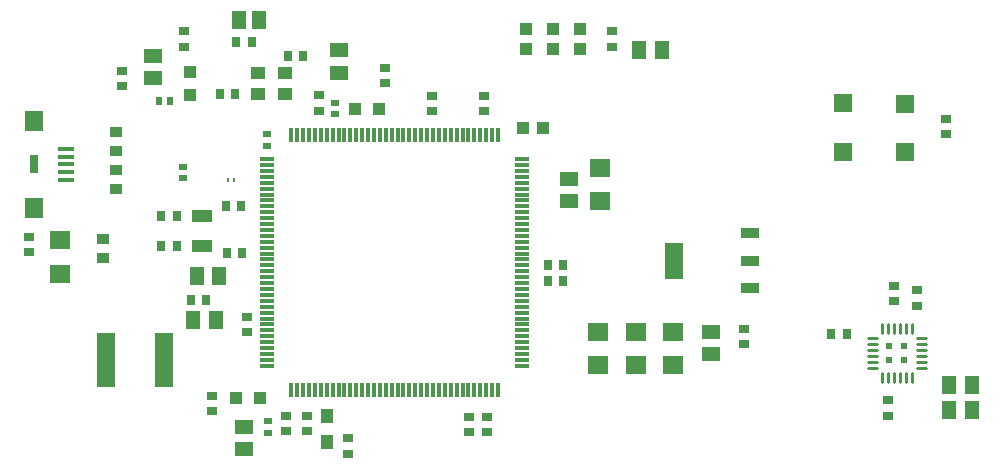
<source format=gbr>
G04 EAGLE Gerber RS-274X export*
G75*
%MOMM*%
%FSLAX34Y34*%
%LPD*%
%INSolderpaste Top*%
%IPPOS*%
%AMOC8*
5,1,8,0,0,1.08239X$1,22.5*%
G01*
%ADD10R,1.500000X1.300000*%
%ADD11R,0.900000X0.700000*%
%ADD12R,0.700000X0.900000*%
%ADD13R,0.250000X0.350000*%
%ADD14R,1.300000X1.500000*%
%ADD15R,1.800000X1.600000*%
%ADD16R,1.571800X1.511800*%
%ADD17R,1.500000X4.600000*%
%ADD18R,1.450000X0.400000*%
%ADD19R,1.500000X1.800000*%
%ADD20R,0.700000X1.500000*%
%ADD21R,1.000000X1.000000*%
%ADD22R,1.000000X1.200000*%
%ADD23R,0.700000X0.600000*%
%ADD24R,0.600000X0.700000*%
%ADD25R,1.100000X1.000000*%
%ADD26R,1.000000X1.100000*%
%ADD27R,1.000000X0.950000*%
%ADD28R,0.300000X1.200000*%
%ADD29R,1.200000X0.300000*%
%ADD30R,1.600200X0.838200*%
%ADD31R,1.600200X3.098800*%
%ADD32R,0.482600X0.482600*%
%ADD33C,0.254000*%
%ADD34R,1.800000X1.000000*%
%ADD35R,1.200000X1.100000*%
%ADD36R,1.803000X1.600000*%


D10*
X593090Y121768D03*
X593090Y102768D03*
X473202Y232054D03*
X473202Y251054D03*
D11*
X404114Y49680D03*
X404114Y36680D03*
X171196Y67206D03*
X171196Y54206D03*
D10*
X197866Y41250D03*
X197866Y22250D03*
D11*
X233680Y50696D03*
X233680Y37696D03*
D12*
X196492Y188722D03*
X183492Y188722D03*
D11*
X147574Y363070D03*
X147574Y376070D03*
D10*
X121412Y336448D03*
X121412Y355448D03*
D13*
X189698Y249936D03*
X184698Y249936D03*
D14*
X174092Y131572D03*
X155092Y131572D03*
D15*
X497840Y121442D03*
X497840Y93442D03*
D12*
X468526Y164592D03*
X455526Y164592D03*
D11*
X317246Y345336D03*
X317246Y332336D03*
X261874Y321714D03*
X261874Y308714D03*
D10*
X278892Y360020D03*
X278892Y341020D03*
D11*
X388620Y36680D03*
X388620Y49680D03*
D12*
X153012Y148844D03*
X166012Y148844D03*
X182984Y227838D03*
X195984Y227838D03*
D11*
X401574Y321460D03*
X401574Y308460D03*
D12*
X455526Y178562D03*
X468526Y178562D03*
D11*
X200660Y134008D03*
X200660Y121008D03*
D15*
X529590Y121442D03*
X529590Y93442D03*
D11*
X357632Y308460D03*
X357632Y321460D03*
D12*
X248054Y354838D03*
X235054Y354838D03*
X177396Y322834D03*
X190396Y322834D03*
X128120Y194310D03*
X141120Y194310D03*
X128120Y219456D03*
X141120Y219456D03*
D14*
X551790Y360172D03*
X532790Y360172D03*
D11*
X510032Y363070D03*
X510032Y376070D03*
X792226Y289156D03*
X792226Y302156D03*
X251206Y50696D03*
X251206Y37696D03*
X285750Y31392D03*
X285750Y18392D03*
D15*
X561340Y121442D03*
X561340Y93442D03*
D12*
X708302Y119634D03*
X695302Y119634D03*
D11*
X742950Y63650D03*
X742950Y50650D03*
X748030Y147424D03*
X748030Y160424D03*
X767588Y143614D03*
X767588Y156614D03*
D15*
X499872Y232126D03*
X499872Y260126D03*
D11*
X621030Y124102D03*
X621030Y111102D03*
X94488Y329542D03*
X94488Y342542D03*
D12*
X204620Y367284D03*
X191620Y367284D03*
D14*
X177140Y168656D03*
X158140Y168656D03*
D16*
X705104Y315140D03*
X705104Y274140D03*
D17*
X81164Y98044D03*
X130164Y98044D03*
D18*
X47265Y263398D03*
X47265Y269898D03*
X47265Y276398D03*
X47265Y256898D03*
X47265Y250398D03*
D19*
X20015Y300238D03*
D20*
X20015Y263398D03*
D19*
X20015Y226558D03*
D21*
X191422Y65786D03*
X211422Y65786D03*
X152654Y341724D03*
X152654Y321724D03*
D22*
X268224Y50624D03*
X268224Y28624D03*
D21*
X312514Y310134D03*
X292514Y310134D03*
D23*
X218440Y46148D03*
X218440Y36148D03*
D14*
X194192Y385318D03*
X211192Y385318D03*
X795172Y55728D03*
X814172Y55728D03*
X795172Y76708D03*
X814172Y76708D03*
D24*
X135810Y317246D03*
X125810Y317246D03*
D23*
X274828Y315642D03*
X274828Y305642D03*
D25*
X436880Y378324D03*
X436880Y361324D03*
X459740Y378324D03*
X459740Y361324D03*
X482600Y377816D03*
X482600Y360816D03*
D26*
X451222Y294386D03*
X434222Y294386D03*
D23*
X217678Y278718D03*
X217678Y288718D03*
X146050Y261540D03*
X146050Y251540D03*
D16*
X757428Y314886D03*
X757428Y273886D03*
D27*
X78740Y184024D03*
X78740Y200024D03*
X89408Y242444D03*
X89408Y258444D03*
X89408Y290702D03*
X89408Y274702D03*
D28*
X413128Y288340D03*
X408128Y288340D03*
X403128Y288340D03*
X398128Y288340D03*
X393128Y288340D03*
X388128Y288340D03*
X383128Y288340D03*
X378128Y288340D03*
X373128Y288340D03*
X368128Y288340D03*
X363128Y288340D03*
X358128Y288340D03*
X353128Y288340D03*
X348128Y288340D03*
X343128Y288340D03*
X338128Y288340D03*
X333128Y288340D03*
X328128Y288340D03*
X323128Y288340D03*
X318128Y288340D03*
X313128Y288340D03*
X308128Y288340D03*
X303128Y288340D03*
X298128Y288340D03*
X293128Y288340D03*
X288128Y288340D03*
X283128Y288340D03*
X278128Y288340D03*
X273128Y288340D03*
X268128Y288340D03*
X263128Y288340D03*
X258128Y288340D03*
X253128Y288340D03*
X248128Y288340D03*
X243128Y288340D03*
X238128Y288340D03*
D29*
X217628Y267840D03*
X217628Y262840D03*
X217628Y257840D03*
X217628Y252840D03*
X217628Y247840D03*
X217628Y242840D03*
X217628Y237840D03*
X217628Y232840D03*
X217628Y227840D03*
X217628Y222840D03*
X217628Y217840D03*
X217628Y212840D03*
X217628Y207840D03*
X217628Y202840D03*
X217628Y197840D03*
X217628Y192840D03*
X217628Y187840D03*
X217628Y182840D03*
X217628Y177840D03*
X217628Y172840D03*
X217628Y167840D03*
X217628Y162840D03*
X217628Y157840D03*
X217628Y152840D03*
X217628Y147840D03*
X217628Y142840D03*
X217628Y137840D03*
X217628Y132840D03*
X217628Y127840D03*
X217628Y122840D03*
X217628Y117840D03*
X217628Y112840D03*
X217628Y107840D03*
X217628Y102840D03*
X217628Y97840D03*
X217628Y92840D03*
D28*
X238128Y72340D03*
X243128Y72340D03*
X248128Y72340D03*
X253128Y72340D03*
X258128Y72340D03*
X263128Y72340D03*
X268128Y72340D03*
X273128Y72340D03*
X278128Y72340D03*
X283128Y72340D03*
X288128Y72340D03*
X293128Y72340D03*
X298128Y72340D03*
X303128Y72340D03*
X308128Y72340D03*
X313128Y72340D03*
X318128Y72340D03*
X323128Y72340D03*
X328128Y72340D03*
X333128Y72340D03*
X338128Y72340D03*
X343128Y72340D03*
X348128Y72340D03*
X353128Y72340D03*
X358128Y72340D03*
X363128Y72340D03*
X368128Y72340D03*
X373128Y72340D03*
X378128Y72340D03*
X383128Y72340D03*
X388128Y72340D03*
X393128Y72340D03*
X398128Y72340D03*
X403128Y72340D03*
X408128Y72340D03*
X413128Y72340D03*
D29*
X433628Y92840D03*
X433628Y97840D03*
X433628Y102840D03*
X433628Y107840D03*
X433628Y112840D03*
X433628Y117840D03*
X433628Y122840D03*
X433628Y127840D03*
X433628Y132840D03*
X433628Y137840D03*
X433628Y142840D03*
X433628Y147840D03*
X433628Y152840D03*
X433628Y157840D03*
X433628Y162840D03*
X433628Y167840D03*
X433628Y172840D03*
X433628Y177840D03*
X433628Y182840D03*
X433628Y187840D03*
X433628Y192840D03*
X433628Y197840D03*
X433628Y202840D03*
X433628Y207840D03*
X433628Y212840D03*
X433628Y217840D03*
X433628Y222840D03*
X433628Y227840D03*
X433628Y232840D03*
X433628Y237840D03*
X433628Y242840D03*
X433628Y247840D03*
X433628Y252840D03*
X433628Y257840D03*
X433628Y262840D03*
X433628Y267840D03*
D30*
X626364Y158750D03*
X626364Y181864D03*
X626364Y204978D03*
D31*
X562356Y181864D03*
D32*
X756793Y97663D03*
X744093Y97663D03*
X756666Y109728D03*
X744474Y109728D03*
D33*
X767676Y90811D02*
X775296Y90811D01*
X775296Y95882D02*
X767676Y95882D01*
X767676Y100903D02*
X775296Y100903D01*
X775296Y106253D02*
X767676Y106253D01*
X767676Y111299D02*
X775296Y111299D01*
X775296Y116345D02*
X767676Y116345D01*
X763491Y120784D02*
X763491Y128404D01*
X758445Y128404D02*
X758445Y120784D01*
X753399Y120784D02*
X753399Y128404D01*
X748049Y128404D02*
X748049Y120784D01*
X743028Y120784D02*
X743028Y128404D01*
X737957Y128404D02*
X737957Y120784D01*
X733772Y116345D02*
X726152Y116345D01*
X726152Y111299D02*
X733772Y111299D01*
X733772Y106253D02*
X726152Y106253D01*
X726152Y100903D02*
X733772Y100903D01*
X733772Y95882D02*
X726152Y95882D01*
X726152Y90811D02*
X733772Y90811D01*
X737957Y86372D02*
X737957Y78752D01*
X743028Y78752D02*
X743028Y86372D01*
X748049Y86372D02*
X748049Y78752D01*
X753399Y78752D02*
X753399Y86372D01*
X758445Y86372D02*
X758445Y78752D01*
X763491Y78752D02*
X763491Y86372D01*
D34*
X162814Y219256D03*
X162814Y194256D03*
D35*
X209738Y323228D03*
X233238Y323228D03*
X233238Y340728D03*
X209738Y340728D03*
D36*
X41910Y199386D03*
X41910Y170946D03*
D11*
X16256Y201826D03*
X16256Y188826D03*
M02*

</source>
